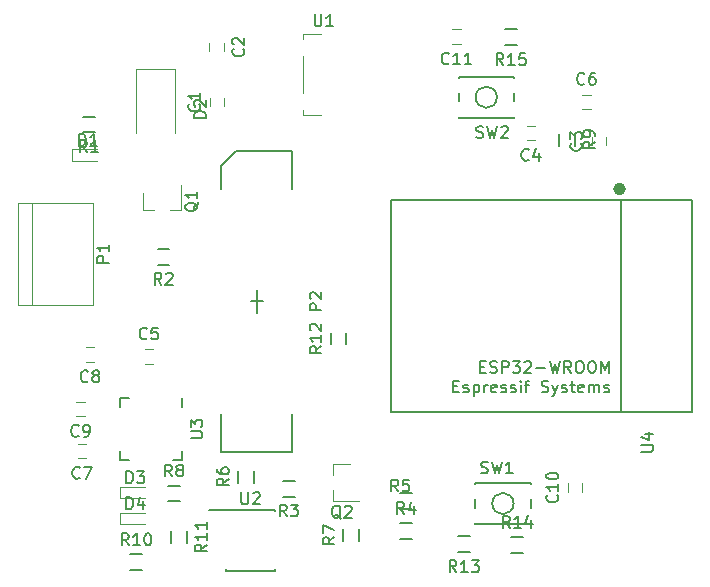
<source format=gbr>
G04 #@! TF.FileFunction,Legend,Top*
%FSLAX46Y46*%
G04 Gerber Fmt 4.6, Leading zero omitted, Abs format (unit mm)*
G04 Created by KiCad (PCBNEW 4.0.5-e0-6337~49~ubuntu16.04.1) date Sat Feb 11 21:29:31 2017*
%MOMM*%
%LPD*%
G01*
G04 APERTURE LIST*
%ADD10C,0.100000*%
%ADD11C,0.120000*%
%ADD12C,0.150000*%
%ADD13C,0.500000*%
G04 APERTURE END LIST*
D10*
D11*
X138223700Y-77337400D02*
X138223700Y-76637400D01*
X139423700Y-76637400D02*
X139423700Y-77337400D01*
X139360200Y-71976500D02*
X139360200Y-72676500D01*
X138160200Y-72676500D02*
X138160200Y-71976500D01*
X170545200Y-80677500D02*
X170545200Y-79977500D01*
X171745200Y-79977500D02*
X171745200Y-80677500D01*
X165716700Y-80216300D02*
X165016700Y-80216300D01*
X165016700Y-79016300D02*
X165716700Y-79016300D01*
X132695200Y-97952000D02*
X133395200Y-97952000D01*
X133395200Y-99152000D02*
X132695200Y-99152000D01*
X169741100Y-76387400D02*
X170441100Y-76387400D01*
X170441100Y-77587400D02*
X169741100Y-77587400D01*
X127705600Y-107140300D02*
X127005600Y-107140300D01*
X127005600Y-105940300D02*
X127705600Y-105940300D01*
X128404100Y-98974200D02*
X127704100Y-98974200D01*
X127704100Y-97774200D02*
X128404100Y-97774200D01*
X127604000Y-103584300D02*
X126904000Y-103584300D01*
X126904000Y-102384300D02*
X127604000Y-102384300D01*
X168551300Y-109989100D02*
X168551300Y-109289100D01*
X169751300Y-109289100D02*
X169751300Y-109989100D01*
X159442900Y-72062900D02*
X158742900Y-72062900D01*
X158742900Y-70862900D02*
X159442900Y-70862900D01*
X126563700Y-80983200D02*
X126563700Y-81983200D01*
X126563700Y-81983200D02*
X128663700Y-81983200D01*
X126563700Y-80983200D02*
X128663700Y-80983200D01*
X135266700Y-74197000D02*
X131966700Y-74197000D01*
X131966700Y-74197000D02*
X131966700Y-79597000D01*
X135266700Y-74197000D02*
X135266700Y-79597000D01*
X130576800Y-109570900D02*
X130576800Y-110570900D01*
X130576800Y-110570900D02*
X132676800Y-110570900D01*
X130576800Y-109570900D02*
X132676800Y-109570900D01*
X130576800Y-111768000D02*
X130576800Y-112768000D01*
X130576800Y-112768000D02*
X132676800Y-112768000D01*
X130576800Y-111768000D02*
X132676800Y-111768000D01*
X121928600Y-85515200D02*
X121928600Y-94215200D01*
X128338600Y-85515200D02*
X128338600Y-94215200D01*
X128338600Y-94215200D02*
X121928600Y-94215200D01*
X123158600Y-94215200D02*
X123158600Y-85515200D01*
X121928600Y-85515200D02*
X128338600Y-85515200D01*
D12*
X142189200Y-93878400D02*
X141689200Y-93878400D01*
X142189200Y-93878400D02*
X142689200Y-93878400D01*
X142189200Y-93878400D02*
X142189200Y-92878400D01*
X142189200Y-93878400D02*
X142189200Y-94878400D01*
X145189200Y-81128400D02*
X140439200Y-81128400D01*
X139189200Y-82378400D02*
X140439200Y-81128400D01*
X139189200Y-82378400D02*
X139189200Y-84378400D01*
X145189200Y-84378400D02*
X145189200Y-81128400D01*
X139189200Y-106628400D02*
X139189200Y-103378400D01*
X145189200Y-106628400D02*
X139189200Y-106628400D01*
X145189200Y-103378400D02*
X145189200Y-106628400D01*
D11*
X132582800Y-86167500D02*
X133512800Y-86167500D01*
X135742800Y-86167500D02*
X134812800Y-86167500D01*
X135742800Y-86167500D02*
X135742800Y-84007500D01*
X132582800Y-86167500D02*
X132582800Y-84707500D01*
X148630100Y-107652700D02*
X148630100Y-108582700D01*
X148630100Y-110812700D02*
X148630100Y-109882700D01*
X148630100Y-110812700D02*
X150790100Y-110812700D01*
X148630100Y-107652700D02*
X150090100Y-107652700D01*
D12*
X127452500Y-78230100D02*
X128452500Y-78230100D01*
X128452500Y-79580100D02*
X127452500Y-79580100D01*
X133777100Y-89444200D02*
X134777100Y-89444200D01*
X134777100Y-90794200D02*
X133777100Y-90794200D01*
X144381600Y-109053000D02*
X145381600Y-109053000D01*
X145381600Y-110403000D02*
X144381600Y-110403000D01*
X155313000Y-114009800D02*
X154313000Y-114009800D01*
X154313000Y-112659800D02*
X155313000Y-112659800D01*
X155338400Y-111469800D02*
X154338400Y-111469800D01*
X154338400Y-110119800D02*
X155338400Y-110119800D01*
X141924400Y-108224700D02*
X141924400Y-109224700D01*
X140574400Y-109224700D02*
X140574400Y-108224700D01*
X150865200Y-113177700D02*
X150865200Y-114177700D01*
X149515200Y-114177700D02*
X149515200Y-113177700D01*
X135666100Y-110822100D02*
X134666100Y-110822100D01*
X134666100Y-109472100D02*
X135666100Y-109472100D01*
X167777800Y-80699800D02*
X167777800Y-79699800D01*
X169127800Y-79699800D02*
X169127800Y-80699800D01*
X132478400Y-116651400D02*
X131478400Y-116651400D01*
X131478400Y-115301400D02*
X132478400Y-115301400D01*
X134910200Y-114330100D02*
X134910200Y-113330100D01*
X136260200Y-113330100D02*
X136260200Y-114330100D01*
X149773000Y-96528000D02*
X149773000Y-97528000D01*
X148423000Y-97528000D02*
X148423000Y-96528000D01*
X159215200Y-113777400D02*
X160215200Y-113777400D01*
X160215200Y-115127400D02*
X159215200Y-115127400D01*
X164736400Y-115178200D02*
X163736400Y-115178200D01*
X163736400Y-113828200D02*
X164736400Y-113828200D01*
X163190300Y-70851400D02*
X164190300Y-70851400D01*
X164190300Y-72201400D02*
X163190300Y-72201400D01*
X165367200Y-109248000D02*
X165367200Y-109348000D01*
X165367200Y-112748000D02*
X165367200Y-112648000D01*
X160667200Y-112648000D02*
X160667200Y-112748000D01*
X160667200Y-109248000D02*
X160667200Y-109348000D01*
X160667200Y-110648000D02*
X160667200Y-111348000D01*
X165367200Y-110648000D02*
X165367200Y-111348000D01*
X165367200Y-109248000D02*
X160667200Y-109248000D01*
X160667200Y-112748000D02*
X165367200Y-112748000D01*
X163917200Y-110998000D02*
G75*
G03X163917200Y-110998000I-900000J0D01*
G01*
X159257500Y-78343700D02*
X159257500Y-78243700D01*
X159257500Y-74843700D02*
X159257500Y-74943700D01*
X163957500Y-74943700D02*
X163957500Y-74843700D01*
X163957500Y-78343700D02*
X163957500Y-78243700D01*
X163957500Y-76943700D02*
X163957500Y-76243700D01*
X159257500Y-76943700D02*
X159257500Y-76243700D01*
X159257500Y-78343700D02*
X163957500Y-78343700D01*
X163957500Y-74843700D02*
X159257500Y-74843700D01*
X162507500Y-76593700D02*
G75*
G03X162507500Y-76593700I-900000J0D01*
G01*
D11*
X146131600Y-71626000D02*
X146131600Y-71276000D01*
X146131600Y-71276000D02*
X147631600Y-71276000D01*
X146131600Y-76276000D02*
X146131600Y-73076000D01*
X147631600Y-78076000D02*
X146131600Y-78076000D01*
X146131600Y-78076000D02*
X146131600Y-77676000D01*
D12*
X139555400Y-111521800D02*
X139555400Y-111571800D01*
X143705400Y-111521800D02*
X143705400Y-111666800D01*
X143705400Y-116671800D02*
X143705400Y-116526800D01*
X139555400Y-116671800D02*
X139555400Y-116526800D01*
X139555400Y-111521800D02*
X143705400Y-111521800D01*
X139555400Y-116671800D02*
X143705400Y-116671800D01*
X139555400Y-111571800D02*
X138155400Y-111571800D01*
X135873400Y-107323800D02*
X135123400Y-107323800D01*
X130623400Y-102073800D02*
X131373400Y-102073800D01*
X130623400Y-107323800D02*
X131373400Y-107323800D01*
X135873400Y-102073800D02*
X135873400Y-102823800D01*
X130623400Y-102073800D02*
X130623400Y-102823800D01*
X130623400Y-107323800D02*
X130623400Y-106573800D01*
X135873400Y-107323800D02*
X135873400Y-106573800D01*
D13*
X173167981Y-84374000D02*
G75*
G03X173167981Y-84374000I-283981J0D01*
G01*
D12*
X173030000Y-103280000D02*
X173030000Y-85280000D01*
X179030000Y-85280000D02*
X153530000Y-85280000D01*
X179030000Y-103280000D02*
X153530000Y-103280000D01*
X153530000Y-103280000D02*
X153530000Y-85280000D01*
X179030000Y-103280000D02*
X179030000Y-85280000D01*
X137280843Y-77154066D02*
X137328462Y-77201685D01*
X137376081Y-77344542D01*
X137376081Y-77439780D01*
X137328462Y-77582638D01*
X137233224Y-77677876D01*
X137137986Y-77725495D01*
X136947510Y-77773114D01*
X136804652Y-77773114D01*
X136614176Y-77725495D01*
X136518938Y-77677876D01*
X136423700Y-77582638D01*
X136376081Y-77439780D01*
X136376081Y-77344542D01*
X136423700Y-77201685D01*
X136471319Y-77154066D01*
X137376081Y-76201685D02*
X137376081Y-76773114D01*
X137376081Y-76487400D02*
X136376081Y-76487400D01*
X136518938Y-76582638D01*
X136614176Y-76677876D01*
X136661795Y-76773114D01*
X141017343Y-72493166D02*
X141064962Y-72540785D01*
X141112581Y-72683642D01*
X141112581Y-72778880D01*
X141064962Y-72921738D01*
X140969724Y-73016976D01*
X140874486Y-73064595D01*
X140684010Y-73112214D01*
X140541152Y-73112214D01*
X140350676Y-73064595D01*
X140255438Y-73016976D01*
X140160200Y-72921738D01*
X140112581Y-72778880D01*
X140112581Y-72683642D01*
X140160200Y-72540785D01*
X140207819Y-72493166D01*
X140207819Y-72112214D02*
X140160200Y-72064595D01*
X140112581Y-71969357D01*
X140112581Y-71731261D01*
X140160200Y-71636023D01*
X140207819Y-71588404D01*
X140303057Y-71540785D01*
X140398295Y-71540785D01*
X140541152Y-71588404D01*
X141112581Y-72159833D01*
X141112581Y-71540785D01*
X169602343Y-80494166D02*
X169649962Y-80541785D01*
X169697581Y-80684642D01*
X169697581Y-80779880D01*
X169649962Y-80922738D01*
X169554724Y-81017976D01*
X169459486Y-81065595D01*
X169269010Y-81113214D01*
X169126152Y-81113214D01*
X168935676Y-81065595D01*
X168840438Y-81017976D01*
X168745200Y-80922738D01*
X168697581Y-80779880D01*
X168697581Y-80684642D01*
X168745200Y-80541785D01*
X168792819Y-80494166D01*
X168697581Y-80160833D02*
X168697581Y-79541785D01*
X169078533Y-79875119D01*
X169078533Y-79732261D01*
X169126152Y-79637023D01*
X169173771Y-79589404D01*
X169269010Y-79541785D01*
X169507105Y-79541785D01*
X169602343Y-79589404D01*
X169649962Y-79637023D01*
X169697581Y-79732261D01*
X169697581Y-80017976D01*
X169649962Y-80113214D01*
X169602343Y-80160833D01*
X165200034Y-81873443D02*
X165152415Y-81921062D01*
X165009558Y-81968681D01*
X164914320Y-81968681D01*
X164771462Y-81921062D01*
X164676224Y-81825824D01*
X164628605Y-81730586D01*
X164580986Y-81540110D01*
X164580986Y-81397252D01*
X164628605Y-81206776D01*
X164676224Y-81111538D01*
X164771462Y-81016300D01*
X164914320Y-80968681D01*
X165009558Y-80968681D01*
X165152415Y-81016300D01*
X165200034Y-81063919D01*
X166057177Y-81302014D02*
X166057177Y-81968681D01*
X165819081Y-80921062D02*
X165580986Y-81635348D01*
X166200034Y-81635348D01*
X132878534Y-97009143D02*
X132830915Y-97056762D01*
X132688058Y-97104381D01*
X132592820Y-97104381D01*
X132449962Y-97056762D01*
X132354724Y-96961524D01*
X132307105Y-96866286D01*
X132259486Y-96675810D01*
X132259486Y-96532952D01*
X132307105Y-96342476D01*
X132354724Y-96247238D01*
X132449962Y-96152000D01*
X132592820Y-96104381D01*
X132688058Y-96104381D01*
X132830915Y-96152000D01*
X132878534Y-96199619D01*
X133783296Y-96104381D02*
X133307105Y-96104381D01*
X133259486Y-96580571D01*
X133307105Y-96532952D01*
X133402343Y-96485333D01*
X133640439Y-96485333D01*
X133735677Y-96532952D01*
X133783296Y-96580571D01*
X133830915Y-96675810D01*
X133830915Y-96913905D01*
X133783296Y-97009143D01*
X133735677Y-97056762D01*
X133640439Y-97104381D01*
X133402343Y-97104381D01*
X133307105Y-97056762D01*
X133259486Y-97009143D01*
X169924434Y-75444543D02*
X169876815Y-75492162D01*
X169733958Y-75539781D01*
X169638720Y-75539781D01*
X169495862Y-75492162D01*
X169400624Y-75396924D01*
X169353005Y-75301686D01*
X169305386Y-75111210D01*
X169305386Y-74968352D01*
X169353005Y-74777876D01*
X169400624Y-74682638D01*
X169495862Y-74587400D01*
X169638720Y-74539781D01*
X169733958Y-74539781D01*
X169876815Y-74587400D01*
X169924434Y-74635019D01*
X170781577Y-74539781D02*
X170591100Y-74539781D01*
X170495862Y-74587400D01*
X170448243Y-74635019D01*
X170353005Y-74777876D01*
X170305386Y-74968352D01*
X170305386Y-75349305D01*
X170353005Y-75444543D01*
X170400624Y-75492162D01*
X170495862Y-75539781D01*
X170686339Y-75539781D01*
X170781577Y-75492162D01*
X170829196Y-75444543D01*
X170876815Y-75349305D01*
X170876815Y-75111210D01*
X170829196Y-75015971D01*
X170781577Y-74968352D01*
X170686339Y-74920733D01*
X170495862Y-74920733D01*
X170400624Y-74968352D01*
X170353005Y-75015971D01*
X170305386Y-75111210D01*
X127188934Y-108797443D02*
X127141315Y-108845062D01*
X126998458Y-108892681D01*
X126903220Y-108892681D01*
X126760362Y-108845062D01*
X126665124Y-108749824D01*
X126617505Y-108654586D01*
X126569886Y-108464110D01*
X126569886Y-108321252D01*
X126617505Y-108130776D01*
X126665124Y-108035538D01*
X126760362Y-107940300D01*
X126903220Y-107892681D01*
X126998458Y-107892681D01*
X127141315Y-107940300D01*
X127188934Y-107987919D01*
X127522267Y-107892681D02*
X128188934Y-107892681D01*
X127760362Y-108892681D01*
X127887434Y-100631343D02*
X127839815Y-100678962D01*
X127696958Y-100726581D01*
X127601720Y-100726581D01*
X127458862Y-100678962D01*
X127363624Y-100583724D01*
X127316005Y-100488486D01*
X127268386Y-100298010D01*
X127268386Y-100155152D01*
X127316005Y-99964676D01*
X127363624Y-99869438D01*
X127458862Y-99774200D01*
X127601720Y-99726581D01*
X127696958Y-99726581D01*
X127839815Y-99774200D01*
X127887434Y-99821819D01*
X128458862Y-100155152D02*
X128363624Y-100107533D01*
X128316005Y-100059914D01*
X128268386Y-99964676D01*
X128268386Y-99917057D01*
X128316005Y-99821819D01*
X128363624Y-99774200D01*
X128458862Y-99726581D01*
X128649339Y-99726581D01*
X128744577Y-99774200D01*
X128792196Y-99821819D01*
X128839815Y-99917057D01*
X128839815Y-99964676D01*
X128792196Y-100059914D01*
X128744577Y-100107533D01*
X128649339Y-100155152D01*
X128458862Y-100155152D01*
X128363624Y-100202771D01*
X128316005Y-100250390D01*
X128268386Y-100345629D01*
X128268386Y-100536105D01*
X128316005Y-100631343D01*
X128363624Y-100678962D01*
X128458862Y-100726581D01*
X128649339Y-100726581D01*
X128744577Y-100678962D01*
X128792196Y-100631343D01*
X128839815Y-100536105D01*
X128839815Y-100345629D01*
X128792196Y-100250390D01*
X128744577Y-100202771D01*
X128649339Y-100155152D01*
X127087334Y-105241443D02*
X127039715Y-105289062D01*
X126896858Y-105336681D01*
X126801620Y-105336681D01*
X126658762Y-105289062D01*
X126563524Y-105193824D01*
X126515905Y-105098586D01*
X126468286Y-104908110D01*
X126468286Y-104765252D01*
X126515905Y-104574776D01*
X126563524Y-104479538D01*
X126658762Y-104384300D01*
X126801620Y-104336681D01*
X126896858Y-104336681D01*
X127039715Y-104384300D01*
X127087334Y-104431919D01*
X127563524Y-105336681D02*
X127754000Y-105336681D01*
X127849239Y-105289062D01*
X127896858Y-105241443D01*
X127992096Y-105098586D01*
X128039715Y-104908110D01*
X128039715Y-104527157D01*
X127992096Y-104431919D01*
X127944477Y-104384300D01*
X127849239Y-104336681D01*
X127658762Y-104336681D01*
X127563524Y-104384300D01*
X127515905Y-104431919D01*
X127468286Y-104527157D01*
X127468286Y-104765252D01*
X127515905Y-104860490D01*
X127563524Y-104908110D01*
X127658762Y-104955729D01*
X127849239Y-104955729D01*
X127944477Y-104908110D01*
X127992096Y-104860490D01*
X128039715Y-104765252D01*
X167608443Y-110281957D02*
X167656062Y-110329576D01*
X167703681Y-110472433D01*
X167703681Y-110567671D01*
X167656062Y-110710529D01*
X167560824Y-110805767D01*
X167465586Y-110853386D01*
X167275110Y-110901005D01*
X167132252Y-110901005D01*
X166941776Y-110853386D01*
X166846538Y-110805767D01*
X166751300Y-110710529D01*
X166703681Y-110567671D01*
X166703681Y-110472433D01*
X166751300Y-110329576D01*
X166798919Y-110281957D01*
X167703681Y-109329576D02*
X167703681Y-109901005D01*
X167703681Y-109615291D02*
X166703681Y-109615291D01*
X166846538Y-109710529D01*
X166941776Y-109805767D01*
X166989395Y-109901005D01*
X166703681Y-108710529D02*
X166703681Y-108615290D01*
X166751300Y-108520052D01*
X166798919Y-108472433D01*
X166894157Y-108424814D01*
X167084633Y-108377195D01*
X167322729Y-108377195D01*
X167513205Y-108424814D01*
X167608443Y-108472433D01*
X167656062Y-108520052D01*
X167703681Y-108615290D01*
X167703681Y-108710529D01*
X167656062Y-108805767D01*
X167608443Y-108853386D01*
X167513205Y-108901005D01*
X167322729Y-108948624D01*
X167084633Y-108948624D01*
X166894157Y-108901005D01*
X166798919Y-108853386D01*
X166751300Y-108805767D01*
X166703681Y-108710529D01*
X158450043Y-73720043D02*
X158402424Y-73767662D01*
X158259567Y-73815281D01*
X158164329Y-73815281D01*
X158021471Y-73767662D01*
X157926233Y-73672424D01*
X157878614Y-73577186D01*
X157830995Y-73386710D01*
X157830995Y-73243852D01*
X157878614Y-73053376D01*
X157926233Y-72958138D01*
X158021471Y-72862900D01*
X158164329Y-72815281D01*
X158259567Y-72815281D01*
X158402424Y-72862900D01*
X158450043Y-72910519D01*
X159402424Y-73815281D02*
X158830995Y-73815281D01*
X159116709Y-73815281D02*
X159116709Y-72815281D01*
X159021471Y-72958138D01*
X158926233Y-73053376D01*
X158830995Y-73100995D01*
X160354805Y-73815281D02*
X159783376Y-73815281D01*
X160069090Y-73815281D02*
X160069090Y-72815281D01*
X159973852Y-72958138D01*
X159878614Y-73053376D01*
X159783376Y-73100995D01*
X127125605Y-80685581D02*
X127125605Y-79685581D01*
X127363700Y-79685581D01*
X127506558Y-79733200D01*
X127601796Y-79828438D01*
X127649415Y-79923676D01*
X127697034Y-80114152D01*
X127697034Y-80257010D01*
X127649415Y-80447486D01*
X127601796Y-80542724D01*
X127506558Y-80637962D01*
X127363700Y-80685581D01*
X127125605Y-80685581D01*
X128649415Y-80685581D02*
X128077986Y-80685581D01*
X128363700Y-80685581D02*
X128363700Y-79685581D01*
X128268462Y-79828438D01*
X128173224Y-79923676D01*
X128077986Y-79971295D01*
X137879081Y-78335095D02*
X136879081Y-78335095D01*
X136879081Y-78097000D01*
X136926700Y-77954142D01*
X137021938Y-77858904D01*
X137117176Y-77811285D01*
X137307652Y-77763666D01*
X137450510Y-77763666D01*
X137640986Y-77811285D01*
X137736224Y-77858904D01*
X137831462Y-77954142D01*
X137879081Y-78097000D01*
X137879081Y-78335095D01*
X136974319Y-77382714D02*
X136926700Y-77335095D01*
X136879081Y-77239857D01*
X136879081Y-77001761D01*
X136926700Y-76906523D01*
X136974319Y-76858904D01*
X137069557Y-76811285D01*
X137164795Y-76811285D01*
X137307652Y-76858904D01*
X137879081Y-77430333D01*
X137879081Y-76811285D01*
X131138705Y-109273281D02*
X131138705Y-108273281D01*
X131376800Y-108273281D01*
X131519658Y-108320900D01*
X131614896Y-108416138D01*
X131662515Y-108511376D01*
X131710134Y-108701852D01*
X131710134Y-108844710D01*
X131662515Y-109035186D01*
X131614896Y-109130424D01*
X131519658Y-109225662D01*
X131376800Y-109273281D01*
X131138705Y-109273281D01*
X132043467Y-108273281D02*
X132662515Y-108273281D01*
X132329181Y-108654233D01*
X132472039Y-108654233D01*
X132567277Y-108701852D01*
X132614896Y-108749471D01*
X132662515Y-108844710D01*
X132662515Y-109082805D01*
X132614896Y-109178043D01*
X132567277Y-109225662D01*
X132472039Y-109273281D01*
X132186324Y-109273281D01*
X132091086Y-109225662D01*
X132043467Y-109178043D01*
X131138705Y-111470381D02*
X131138705Y-110470381D01*
X131376800Y-110470381D01*
X131519658Y-110518000D01*
X131614896Y-110613238D01*
X131662515Y-110708476D01*
X131710134Y-110898952D01*
X131710134Y-111041810D01*
X131662515Y-111232286D01*
X131614896Y-111327524D01*
X131519658Y-111422762D01*
X131376800Y-111470381D01*
X131138705Y-111470381D01*
X132567277Y-110803714D02*
X132567277Y-111470381D01*
X132329181Y-110422762D02*
X132091086Y-111137048D01*
X132710134Y-111137048D01*
X129650981Y-90603295D02*
X128650981Y-90603295D01*
X128650981Y-90222342D01*
X128698600Y-90127104D01*
X128746219Y-90079485D01*
X128841457Y-90031866D01*
X128984314Y-90031866D01*
X129079552Y-90079485D01*
X129127171Y-90127104D01*
X129174790Y-90222342D01*
X129174790Y-90603295D01*
X129650981Y-89079485D02*
X129650981Y-89650914D01*
X129650981Y-89365200D02*
X128650981Y-89365200D01*
X128793838Y-89460438D01*
X128889076Y-89555676D01*
X128936695Y-89650914D01*
X147641581Y-94616495D02*
X146641581Y-94616495D01*
X146641581Y-94235542D01*
X146689200Y-94140304D01*
X146736819Y-94092685D01*
X146832057Y-94045066D01*
X146974914Y-94045066D01*
X147070152Y-94092685D01*
X147117771Y-94140304D01*
X147165390Y-94235542D01*
X147165390Y-94616495D01*
X146736819Y-93664114D02*
X146689200Y-93616495D01*
X146641581Y-93521257D01*
X146641581Y-93283161D01*
X146689200Y-93187923D01*
X146736819Y-93140304D01*
X146832057Y-93092685D01*
X146927295Y-93092685D01*
X147070152Y-93140304D01*
X147641581Y-93711733D01*
X147641581Y-93092685D01*
X137210419Y-85502738D02*
X137162800Y-85597976D01*
X137067562Y-85693214D01*
X136924705Y-85836071D01*
X136877086Y-85931310D01*
X136877086Y-86026548D01*
X137115181Y-85978929D02*
X137067562Y-86074167D01*
X136972324Y-86169405D01*
X136781848Y-86217024D01*
X136448514Y-86217024D01*
X136258038Y-86169405D01*
X136162800Y-86074167D01*
X136115181Y-85978929D01*
X136115181Y-85788452D01*
X136162800Y-85693214D01*
X136258038Y-85597976D01*
X136448514Y-85550357D01*
X136781848Y-85550357D01*
X136972324Y-85597976D01*
X137067562Y-85693214D01*
X137115181Y-85788452D01*
X137115181Y-85978929D01*
X137115181Y-84597976D02*
X137115181Y-85169405D01*
X137115181Y-84883691D02*
X136115181Y-84883691D01*
X136258038Y-84978929D01*
X136353276Y-85074167D01*
X136400895Y-85169405D01*
X149294862Y-112280319D02*
X149199624Y-112232700D01*
X149104386Y-112137462D01*
X148961529Y-111994605D01*
X148866290Y-111946986D01*
X148771052Y-111946986D01*
X148818671Y-112185081D02*
X148723433Y-112137462D01*
X148628195Y-112042224D01*
X148580576Y-111851748D01*
X148580576Y-111518414D01*
X148628195Y-111327938D01*
X148723433Y-111232700D01*
X148818671Y-111185081D01*
X149009148Y-111185081D01*
X149104386Y-111232700D01*
X149199624Y-111327938D01*
X149247243Y-111518414D01*
X149247243Y-111851748D01*
X149199624Y-112042224D01*
X149104386Y-112137462D01*
X149009148Y-112185081D01*
X148818671Y-112185081D01*
X149628195Y-111280319D02*
X149675814Y-111232700D01*
X149771052Y-111185081D01*
X150009148Y-111185081D01*
X150104386Y-111232700D01*
X150152005Y-111280319D01*
X150199624Y-111375557D01*
X150199624Y-111470795D01*
X150152005Y-111613652D01*
X149580576Y-112185081D01*
X150199624Y-112185081D01*
X127785834Y-81257481D02*
X127452500Y-80781290D01*
X127214405Y-81257481D02*
X127214405Y-80257481D01*
X127595358Y-80257481D01*
X127690596Y-80305100D01*
X127738215Y-80352719D01*
X127785834Y-80447957D01*
X127785834Y-80590814D01*
X127738215Y-80686052D01*
X127690596Y-80733671D01*
X127595358Y-80781290D01*
X127214405Y-80781290D01*
X128738215Y-81257481D02*
X128166786Y-81257481D01*
X128452500Y-81257481D02*
X128452500Y-80257481D01*
X128357262Y-80400338D01*
X128262024Y-80495576D01*
X128166786Y-80543195D01*
X134110434Y-92471581D02*
X133777100Y-91995390D01*
X133539005Y-92471581D02*
X133539005Y-91471581D01*
X133919958Y-91471581D01*
X134015196Y-91519200D01*
X134062815Y-91566819D01*
X134110434Y-91662057D01*
X134110434Y-91804914D01*
X134062815Y-91900152D01*
X134015196Y-91947771D01*
X133919958Y-91995390D01*
X133539005Y-91995390D01*
X134491386Y-91566819D02*
X134539005Y-91519200D01*
X134634243Y-91471581D01*
X134872339Y-91471581D01*
X134967577Y-91519200D01*
X135015196Y-91566819D01*
X135062815Y-91662057D01*
X135062815Y-91757295D01*
X135015196Y-91900152D01*
X134443767Y-92471581D01*
X135062815Y-92471581D01*
X144714934Y-112080381D02*
X144381600Y-111604190D01*
X144143505Y-112080381D02*
X144143505Y-111080381D01*
X144524458Y-111080381D01*
X144619696Y-111128000D01*
X144667315Y-111175619D01*
X144714934Y-111270857D01*
X144714934Y-111413714D01*
X144667315Y-111508952D01*
X144619696Y-111556571D01*
X144524458Y-111604190D01*
X144143505Y-111604190D01*
X145048267Y-111080381D02*
X145667315Y-111080381D01*
X145333981Y-111461333D01*
X145476839Y-111461333D01*
X145572077Y-111508952D01*
X145619696Y-111556571D01*
X145667315Y-111651810D01*
X145667315Y-111889905D01*
X145619696Y-111985143D01*
X145572077Y-112032762D01*
X145476839Y-112080381D01*
X145191124Y-112080381D01*
X145095886Y-112032762D01*
X145048267Y-111985143D01*
X154646334Y-111887181D02*
X154313000Y-111410990D01*
X154074905Y-111887181D02*
X154074905Y-110887181D01*
X154455858Y-110887181D01*
X154551096Y-110934800D01*
X154598715Y-110982419D01*
X154646334Y-111077657D01*
X154646334Y-111220514D01*
X154598715Y-111315752D01*
X154551096Y-111363371D01*
X154455858Y-111410990D01*
X154074905Y-111410990D01*
X155503477Y-111220514D02*
X155503477Y-111887181D01*
X155265381Y-110839562D02*
X155027286Y-111553848D01*
X155646334Y-111553848D01*
X154151734Y-109977181D02*
X153818400Y-109500990D01*
X153580305Y-109977181D02*
X153580305Y-108977181D01*
X153961258Y-108977181D01*
X154056496Y-109024800D01*
X154104115Y-109072419D01*
X154151734Y-109167657D01*
X154151734Y-109310514D01*
X154104115Y-109405752D01*
X154056496Y-109453371D01*
X153961258Y-109500990D01*
X153580305Y-109500990D01*
X155056496Y-108977181D02*
X154580305Y-108977181D01*
X154532686Y-109453371D01*
X154580305Y-109405752D01*
X154675543Y-109358133D01*
X154913639Y-109358133D01*
X155008877Y-109405752D01*
X155056496Y-109453371D01*
X155104115Y-109548610D01*
X155104115Y-109786705D01*
X155056496Y-109881943D01*
X155008877Y-109929562D01*
X154913639Y-109977181D01*
X154675543Y-109977181D01*
X154580305Y-109929562D01*
X154532686Y-109881943D01*
X139801781Y-108891366D02*
X139325590Y-109224700D01*
X139801781Y-109462795D02*
X138801781Y-109462795D01*
X138801781Y-109081842D01*
X138849400Y-108986604D01*
X138897019Y-108938985D01*
X138992257Y-108891366D01*
X139135114Y-108891366D01*
X139230352Y-108938985D01*
X139277971Y-108986604D01*
X139325590Y-109081842D01*
X139325590Y-109462795D01*
X138801781Y-108034223D02*
X138801781Y-108224700D01*
X138849400Y-108319938D01*
X138897019Y-108367557D01*
X139039876Y-108462795D01*
X139230352Y-108510414D01*
X139611305Y-108510414D01*
X139706543Y-108462795D01*
X139754162Y-108415176D01*
X139801781Y-108319938D01*
X139801781Y-108129461D01*
X139754162Y-108034223D01*
X139706543Y-107986604D01*
X139611305Y-107938985D01*
X139373210Y-107938985D01*
X139277971Y-107986604D01*
X139230352Y-108034223D01*
X139182733Y-108129461D01*
X139182733Y-108319938D01*
X139230352Y-108415176D01*
X139277971Y-108462795D01*
X139373210Y-108510414D01*
X148742581Y-113844366D02*
X148266390Y-114177700D01*
X148742581Y-114415795D02*
X147742581Y-114415795D01*
X147742581Y-114034842D01*
X147790200Y-113939604D01*
X147837819Y-113891985D01*
X147933057Y-113844366D01*
X148075914Y-113844366D01*
X148171152Y-113891985D01*
X148218771Y-113939604D01*
X148266390Y-114034842D01*
X148266390Y-114415795D01*
X147742581Y-113511033D02*
X147742581Y-112844366D01*
X148742581Y-113272938D01*
X134999434Y-108699481D02*
X134666100Y-108223290D01*
X134428005Y-108699481D02*
X134428005Y-107699481D01*
X134808958Y-107699481D01*
X134904196Y-107747100D01*
X134951815Y-107794719D01*
X134999434Y-107889957D01*
X134999434Y-108032814D01*
X134951815Y-108128052D01*
X134904196Y-108175671D01*
X134808958Y-108223290D01*
X134428005Y-108223290D01*
X135570862Y-108128052D02*
X135475624Y-108080433D01*
X135428005Y-108032814D01*
X135380386Y-107937576D01*
X135380386Y-107889957D01*
X135428005Y-107794719D01*
X135475624Y-107747100D01*
X135570862Y-107699481D01*
X135761339Y-107699481D01*
X135856577Y-107747100D01*
X135904196Y-107794719D01*
X135951815Y-107889957D01*
X135951815Y-107937576D01*
X135904196Y-108032814D01*
X135856577Y-108080433D01*
X135761339Y-108128052D01*
X135570862Y-108128052D01*
X135475624Y-108175671D01*
X135428005Y-108223290D01*
X135380386Y-108318529D01*
X135380386Y-108509005D01*
X135428005Y-108604243D01*
X135475624Y-108651862D01*
X135570862Y-108699481D01*
X135761339Y-108699481D01*
X135856577Y-108651862D01*
X135904196Y-108604243D01*
X135951815Y-108509005D01*
X135951815Y-108318529D01*
X135904196Y-108223290D01*
X135856577Y-108175671D01*
X135761339Y-108128052D01*
X170805181Y-80366466D02*
X170328990Y-80699800D01*
X170805181Y-80937895D02*
X169805181Y-80937895D01*
X169805181Y-80556942D01*
X169852800Y-80461704D01*
X169900419Y-80414085D01*
X169995657Y-80366466D01*
X170138514Y-80366466D01*
X170233752Y-80414085D01*
X170281371Y-80461704D01*
X170328990Y-80556942D01*
X170328990Y-80937895D01*
X170805181Y-79890276D02*
X170805181Y-79699800D01*
X170757562Y-79604561D01*
X170709943Y-79556942D01*
X170567086Y-79461704D01*
X170376610Y-79414085D01*
X169995657Y-79414085D01*
X169900419Y-79461704D01*
X169852800Y-79509323D01*
X169805181Y-79604561D01*
X169805181Y-79795038D01*
X169852800Y-79890276D01*
X169900419Y-79937895D01*
X169995657Y-79985514D01*
X170233752Y-79985514D01*
X170328990Y-79937895D01*
X170376610Y-79890276D01*
X170424229Y-79795038D01*
X170424229Y-79604561D01*
X170376610Y-79509323D01*
X170328990Y-79461704D01*
X170233752Y-79414085D01*
X131335543Y-114528781D02*
X131002209Y-114052590D01*
X130764114Y-114528781D02*
X130764114Y-113528781D01*
X131145067Y-113528781D01*
X131240305Y-113576400D01*
X131287924Y-113624019D01*
X131335543Y-113719257D01*
X131335543Y-113862114D01*
X131287924Y-113957352D01*
X131240305Y-114004971D01*
X131145067Y-114052590D01*
X130764114Y-114052590D01*
X132287924Y-114528781D02*
X131716495Y-114528781D01*
X132002209Y-114528781D02*
X132002209Y-113528781D01*
X131906971Y-113671638D01*
X131811733Y-113766876D01*
X131716495Y-113814495D01*
X132906971Y-113528781D02*
X133002210Y-113528781D01*
X133097448Y-113576400D01*
X133145067Y-113624019D01*
X133192686Y-113719257D01*
X133240305Y-113909733D01*
X133240305Y-114147829D01*
X133192686Y-114338305D01*
X133145067Y-114433543D01*
X133097448Y-114481162D01*
X133002210Y-114528781D01*
X132906971Y-114528781D01*
X132811733Y-114481162D01*
X132764114Y-114433543D01*
X132716495Y-114338305D01*
X132668876Y-114147829D01*
X132668876Y-113909733D01*
X132716495Y-113719257D01*
X132764114Y-113624019D01*
X132811733Y-113576400D01*
X132906971Y-113528781D01*
X137937581Y-114472957D02*
X137461390Y-114806291D01*
X137937581Y-115044386D02*
X136937581Y-115044386D01*
X136937581Y-114663433D01*
X136985200Y-114568195D01*
X137032819Y-114520576D01*
X137128057Y-114472957D01*
X137270914Y-114472957D01*
X137366152Y-114520576D01*
X137413771Y-114568195D01*
X137461390Y-114663433D01*
X137461390Y-115044386D01*
X137937581Y-113520576D02*
X137937581Y-114092005D01*
X137937581Y-113806291D02*
X136937581Y-113806291D01*
X137080438Y-113901529D01*
X137175676Y-113996767D01*
X137223295Y-114092005D01*
X137937581Y-112568195D02*
X137937581Y-113139624D01*
X137937581Y-112853910D02*
X136937581Y-112853910D01*
X137080438Y-112949148D01*
X137175676Y-113044386D01*
X137223295Y-113139624D01*
X147650381Y-97670857D02*
X147174190Y-98004191D01*
X147650381Y-98242286D02*
X146650381Y-98242286D01*
X146650381Y-97861333D01*
X146698000Y-97766095D01*
X146745619Y-97718476D01*
X146840857Y-97670857D01*
X146983714Y-97670857D01*
X147078952Y-97718476D01*
X147126571Y-97766095D01*
X147174190Y-97861333D01*
X147174190Y-98242286D01*
X147650381Y-96718476D02*
X147650381Y-97289905D01*
X147650381Y-97004191D02*
X146650381Y-97004191D01*
X146793238Y-97099429D01*
X146888476Y-97194667D01*
X146936095Y-97289905D01*
X146745619Y-96337524D02*
X146698000Y-96289905D01*
X146650381Y-96194667D01*
X146650381Y-95956571D01*
X146698000Y-95861333D01*
X146745619Y-95813714D01*
X146840857Y-95766095D01*
X146936095Y-95766095D01*
X147078952Y-95813714D01*
X147650381Y-96385143D01*
X147650381Y-95766095D01*
X159072343Y-116804781D02*
X158739009Y-116328590D01*
X158500914Y-116804781D02*
X158500914Y-115804781D01*
X158881867Y-115804781D01*
X158977105Y-115852400D01*
X159024724Y-115900019D01*
X159072343Y-115995257D01*
X159072343Y-116138114D01*
X159024724Y-116233352D01*
X158977105Y-116280971D01*
X158881867Y-116328590D01*
X158500914Y-116328590D01*
X160024724Y-116804781D02*
X159453295Y-116804781D01*
X159739009Y-116804781D02*
X159739009Y-115804781D01*
X159643771Y-115947638D01*
X159548533Y-116042876D01*
X159453295Y-116090495D01*
X160358057Y-115804781D02*
X160977105Y-115804781D01*
X160643771Y-116185733D01*
X160786629Y-116185733D01*
X160881867Y-116233352D01*
X160929486Y-116280971D01*
X160977105Y-116376210D01*
X160977105Y-116614305D01*
X160929486Y-116709543D01*
X160881867Y-116757162D01*
X160786629Y-116804781D01*
X160500914Y-116804781D01*
X160405676Y-116757162D01*
X160358057Y-116709543D01*
X163593543Y-113055581D02*
X163260209Y-112579390D01*
X163022114Y-113055581D02*
X163022114Y-112055581D01*
X163403067Y-112055581D01*
X163498305Y-112103200D01*
X163545924Y-112150819D01*
X163593543Y-112246057D01*
X163593543Y-112388914D01*
X163545924Y-112484152D01*
X163498305Y-112531771D01*
X163403067Y-112579390D01*
X163022114Y-112579390D01*
X164545924Y-113055581D02*
X163974495Y-113055581D01*
X164260209Y-113055581D02*
X164260209Y-112055581D01*
X164164971Y-112198438D01*
X164069733Y-112293676D01*
X163974495Y-112341295D01*
X165403067Y-112388914D02*
X165403067Y-113055581D01*
X165164971Y-112007962D02*
X164926876Y-112722248D01*
X165545924Y-112722248D01*
X163047443Y-73878781D02*
X162714109Y-73402590D01*
X162476014Y-73878781D02*
X162476014Y-72878781D01*
X162856967Y-72878781D01*
X162952205Y-72926400D01*
X162999824Y-72974019D01*
X163047443Y-73069257D01*
X163047443Y-73212114D01*
X162999824Y-73307352D01*
X162952205Y-73354971D01*
X162856967Y-73402590D01*
X162476014Y-73402590D01*
X163999824Y-73878781D02*
X163428395Y-73878781D01*
X163714109Y-73878781D02*
X163714109Y-72878781D01*
X163618871Y-73021638D01*
X163523633Y-73116876D01*
X163428395Y-73164495D01*
X164904586Y-72878781D02*
X164428395Y-72878781D01*
X164380776Y-73354971D01*
X164428395Y-73307352D01*
X164523633Y-73259733D01*
X164761729Y-73259733D01*
X164856967Y-73307352D01*
X164904586Y-73354971D01*
X164952205Y-73450210D01*
X164952205Y-73688305D01*
X164904586Y-73783543D01*
X164856967Y-73831162D01*
X164761729Y-73878781D01*
X164523633Y-73878781D01*
X164428395Y-73831162D01*
X164380776Y-73783543D01*
X161183867Y-108402762D02*
X161326724Y-108450381D01*
X161564820Y-108450381D01*
X161660058Y-108402762D01*
X161707677Y-108355143D01*
X161755296Y-108259905D01*
X161755296Y-108164667D01*
X161707677Y-108069429D01*
X161660058Y-108021810D01*
X161564820Y-107974190D01*
X161374343Y-107926571D01*
X161279105Y-107878952D01*
X161231486Y-107831333D01*
X161183867Y-107736095D01*
X161183867Y-107640857D01*
X161231486Y-107545619D01*
X161279105Y-107498000D01*
X161374343Y-107450381D01*
X161612439Y-107450381D01*
X161755296Y-107498000D01*
X162088629Y-107450381D02*
X162326724Y-108450381D01*
X162517201Y-107736095D01*
X162707677Y-108450381D01*
X162945772Y-107450381D01*
X163850534Y-108450381D02*
X163279105Y-108450381D01*
X163564819Y-108450381D02*
X163564819Y-107450381D01*
X163469581Y-107593238D01*
X163374343Y-107688476D01*
X163279105Y-107736095D01*
X160774167Y-79998462D02*
X160917024Y-80046081D01*
X161155120Y-80046081D01*
X161250358Y-79998462D01*
X161297977Y-79950843D01*
X161345596Y-79855605D01*
X161345596Y-79760367D01*
X161297977Y-79665129D01*
X161250358Y-79617510D01*
X161155120Y-79569890D01*
X160964643Y-79522271D01*
X160869405Y-79474652D01*
X160821786Y-79427033D01*
X160774167Y-79331795D01*
X160774167Y-79236557D01*
X160821786Y-79141319D01*
X160869405Y-79093700D01*
X160964643Y-79046081D01*
X161202739Y-79046081D01*
X161345596Y-79093700D01*
X161678929Y-79046081D02*
X161917024Y-80046081D01*
X162107501Y-79331795D01*
X162297977Y-80046081D01*
X162536072Y-79046081D01*
X162869405Y-79141319D02*
X162917024Y-79093700D01*
X163012262Y-79046081D01*
X163250358Y-79046081D01*
X163345596Y-79093700D01*
X163393215Y-79141319D01*
X163440834Y-79236557D01*
X163440834Y-79331795D01*
X163393215Y-79474652D01*
X162821786Y-80046081D01*
X163440834Y-80046081D01*
X147069695Y-69578381D02*
X147069695Y-70387905D01*
X147117314Y-70483143D01*
X147164933Y-70530762D01*
X147260171Y-70578381D01*
X147450648Y-70578381D01*
X147545886Y-70530762D01*
X147593505Y-70483143D01*
X147641124Y-70387905D01*
X147641124Y-69578381D01*
X148641124Y-70578381D02*
X148069695Y-70578381D01*
X148355409Y-70578381D02*
X148355409Y-69578381D01*
X148260171Y-69721238D01*
X148164933Y-69816476D01*
X148069695Y-69864095D01*
X140868495Y-110049181D02*
X140868495Y-110858705D01*
X140916114Y-110953943D01*
X140963733Y-111001562D01*
X141058971Y-111049181D01*
X141249448Y-111049181D01*
X141344686Y-111001562D01*
X141392305Y-110953943D01*
X141439924Y-110858705D01*
X141439924Y-110049181D01*
X141868495Y-110144419D02*
X141916114Y-110096800D01*
X142011352Y-110049181D01*
X142249448Y-110049181D01*
X142344686Y-110096800D01*
X142392305Y-110144419D01*
X142439924Y-110239657D01*
X142439924Y-110334895D01*
X142392305Y-110477752D01*
X141820876Y-111049181D01*
X142439924Y-111049181D01*
X136575781Y-105460705D02*
X137385305Y-105460705D01*
X137480543Y-105413086D01*
X137528162Y-105365467D01*
X137575781Y-105270229D01*
X137575781Y-105079752D01*
X137528162Y-104984514D01*
X137480543Y-104936895D01*
X137385305Y-104889276D01*
X136575781Y-104889276D01*
X136575781Y-104508324D02*
X136575781Y-103889276D01*
X136956733Y-104222610D01*
X136956733Y-104079752D01*
X137004352Y-103984514D01*
X137051971Y-103936895D01*
X137147210Y-103889276D01*
X137385305Y-103889276D01*
X137480543Y-103936895D01*
X137528162Y-103984514D01*
X137575781Y-104079752D01*
X137575781Y-104365467D01*
X137528162Y-104460705D01*
X137480543Y-104508324D01*
X174749381Y-106598905D02*
X175558905Y-106598905D01*
X175654143Y-106551286D01*
X175701762Y-106503667D01*
X175749381Y-106408429D01*
X175749381Y-106217952D01*
X175701762Y-106122714D01*
X175654143Y-106075095D01*
X175558905Y-106027476D01*
X174749381Y-106027476D01*
X175082714Y-105122714D02*
X175749381Y-105122714D01*
X174701762Y-105360810D02*
X175416048Y-105598905D01*
X175416048Y-104979857D01*
X158819570Y-101066571D02*
X159152904Y-101066571D01*
X159295761Y-101590381D02*
X158819570Y-101590381D01*
X158819570Y-100590381D01*
X159295761Y-100590381D01*
X159676713Y-101542762D02*
X159771951Y-101590381D01*
X159962427Y-101590381D01*
X160057666Y-101542762D01*
X160105285Y-101447524D01*
X160105285Y-101399905D01*
X160057666Y-101304667D01*
X159962427Y-101257048D01*
X159819570Y-101257048D01*
X159724332Y-101209429D01*
X159676713Y-101114190D01*
X159676713Y-101066571D01*
X159724332Y-100971333D01*
X159819570Y-100923714D01*
X159962427Y-100923714D01*
X160057666Y-100971333D01*
X160533856Y-100923714D02*
X160533856Y-101923714D01*
X160533856Y-100971333D02*
X160629094Y-100923714D01*
X160819571Y-100923714D01*
X160914809Y-100971333D01*
X160962428Y-101018952D01*
X161010047Y-101114190D01*
X161010047Y-101399905D01*
X160962428Y-101495143D01*
X160914809Y-101542762D01*
X160819571Y-101590381D01*
X160629094Y-101590381D01*
X160533856Y-101542762D01*
X161438618Y-101590381D02*
X161438618Y-100923714D01*
X161438618Y-101114190D02*
X161486237Y-101018952D01*
X161533856Y-100971333D01*
X161629094Y-100923714D01*
X161724333Y-100923714D01*
X162438619Y-101542762D02*
X162343381Y-101590381D01*
X162152904Y-101590381D01*
X162057666Y-101542762D01*
X162010047Y-101447524D01*
X162010047Y-101066571D01*
X162057666Y-100971333D01*
X162152904Y-100923714D01*
X162343381Y-100923714D01*
X162438619Y-100971333D01*
X162486238Y-101066571D01*
X162486238Y-101161810D01*
X162010047Y-101257048D01*
X162867190Y-101542762D02*
X162962428Y-101590381D01*
X163152904Y-101590381D01*
X163248143Y-101542762D01*
X163295762Y-101447524D01*
X163295762Y-101399905D01*
X163248143Y-101304667D01*
X163152904Y-101257048D01*
X163010047Y-101257048D01*
X162914809Y-101209429D01*
X162867190Y-101114190D01*
X162867190Y-101066571D01*
X162914809Y-100971333D01*
X163010047Y-100923714D01*
X163152904Y-100923714D01*
X163248143Y-100971333D01*
X163676714Y-101542762D02*
X163771952Y-101590381D01*
X163962428Y-101590381D01*
X164057667Y-101542762D01*
X164105286Y-101447524D01*
X164105286Y-101399905D01*
X164057667Y-101304667D01*
X163962428Y-101257048D01*
X163819571Y-101257048D01*
X163724333Y-101209429D01*
X163676714Y-101114190D01*
X163676714Y-101066571D01*
X163724333Y-100971333D01*
X163819571Y-100923714D01*
X163962428Y-100923714D01*
X164057667Y-100971333D01*
X164533857Y-101590381D02*
X164533857Y-100923714D01*
X164533857Y-100590381D02*
X164486238Y-100638000D01*
X164533857Y-100685619D01*
X164581476Y-100638000D01*
X164533857Y-100590381D01*
X164533857Y-100685619D01*
X164867190Y-100923714D02*
X165248142Y-100923714D01*
X165010047Y-101590381D02*
X165010047Y-100733238D01*
X165057666Y-100638000D01*
X165152904Y-100590381D01*
X165248142Y-100590381D01*
X166295762Y-101542762D02*
X166438619Y-101590381D01*
X166676715Y-101590381D01*
X166771953Y-101542762D01*
X166819572Y-101495143D01*
X166867191Y-101399905D01*
X166867191Y-101304667D01*
X166819572Y-101209429D01*
X166771953Y-101161810D01*
X166676715Y-101114190D01*
X166486238Y-101066571D01*
X166391000Y-101018952D01*
X166343381Y-100971333D01*
X166295762Y-100876095D01*
X166295762Y-100780857D01*
X166343381Y-100685619D01*
X166391000Y-100638000D01*
X166486238Y-100590381D01*
X166724334Y-100590381D01*
X166867191Y-100638000D01*
X167200524Y-100923714D02*
X167438619Y-101590381D01*
X167676715Y-100923714D02*
X167438619Y-101590381D01*
X167343381Y-101828476D01*
X167295762Y-101876095D01*
X167200524Y-101923714D01*
X168010048Y-101542762D02*
X168105286Y-101590381D01*
X168295762Y-101590381D01*
X168391001Y-101542762D01*
X168438620Y-101447524D01*
X168438620Y-101399905D01*
X168391001Y-101304667D01*
X168295762Y-101257048D01*
X168152905Y-101257048D01*
X168057667Y-101209429D01*
X168010048Y-101114190D01*
X168010048Y-101066571D01*
X168057667Y-100971333D01*
X168152905Y-100923714D01*
X168295762Y-100923714D01*
X168391001Y-100971333D01*
X168724334Y-100923714D02*
X169105286Y-100923714D01*
X168867191Y-100590381D02*
X168867191Y-101447524D01*
X168914810Y-101542762D01*
X169010048Y-101590381D01*
X169105286Y-101590381D01*
X169819573Y-101542762D02*
X169724335Y-101590381D01*
X169533858Y-101590381D01*
X169438620Y-101542762D01*
X169391001Y-101447524D01*
X169391001Y-101066571D01*
X169438620Y-100971333D01*
X169533858Y-100923714D01*
X169724335Y-100923714D01*
X169819573Y-100971333D01*
X169867192Y-101066571D01*
X169867192Y-101161810D01*
X169391001Y-101257048D01*
X170295763Y-101590381D02*
X170295763Y-100923714D01*
X170295763Y-101018952D02*
X170343382Y-100971333D01*
X170438620Y-100923714D01*
X170581478Y-100923714D01*
X170676716Y-100971333D01*
X170724335Y-101066571D01*
X170724335Y-101590381D01*
X170724335Y-101066571D02*
X170771954Y-100971333D01*
X170867192Y-100923714D01*
X171010049Y-100923714D01*
X171105287Y-100971333D01*
X171152906Y-101066571D01*
X171152906Y-101590381D01*
X171581477Y-101542762D02*
X171676715Y-101590381D01*
X171867191Y-101590381D01*
X171962430Y-101542762D01*
X172010049Y-101447524D01*
X172010049Y-101399905D01*
X171962430Y-101304667D01*
X171867191Y-101257048D01*
X171724334Y-101257048D01*
X171629096Y-101209429D01*
X171581477Y-101114190D01*
X171581477Y-101066571D01*
X171629096Y-100971333D01*
X171724334Y-100923714D01*
X171867191Y-100923714D01*
X171962430Y-100971333D01*
X161081619Y-99415571D02*
X161414953Y-99415571D01*
X161557810Y-99939381D02*
X161081619Y-99939381D01*
X161081619Y-98939381D01*
X161557810Y-98939381D01*
X161938762Y-99891762D02*
X162081619Y-99939381D01*
X162319715Y-99939381D01*
X162414953Y-99891762D01*
X162462572Y-99844143D01*
X162510191Y-99748905D01*
X162510191Y-99653667D01*
X162462572Y-99558429D01*
X162414953Y-99510810D01*
X162319715Y-99463190D01*
X162129238Y-99415571D01*
X162034000Y-99367952D01*
X161986381Y-99320333D01*
X161938762Y-99225095D01*
X161938762Y-99129857D01*
X161986381Y-99034619D01*
X162034000Y-98987000D01*
X162129238Y-98939381D01*
X162367334Y-98939381D01*
X162510191Y-98987000D01*
X162938762Y-99939381D02*
X162938762Y-98939381D01*
X163319715Y-98939381D01*
X163414953Y-98987000D01*
X163462572Y-99034619D01*
X163510191Y-99129857D01*
X163510191Y-99272714D01*
X163462572Y-99367952D01*
X163414953Y-99415571D01*
X163319715Y-99463190D01*
X162938762Y-99463190D01*
X163843524Y-98939381D02*
X164462572Y-98939381D01*
X164129238Y-99320333D01*
X164272096Y-99320333D01*
X164367334Y-99367952D01*
X164414953Y-99415571D01*
X164462572Y-99510810D01*
X164462572Y-99748905D01*
X164414953Y-99844143D01*
X164367334Y-99891762D01*
X164272096Y-99939381D01*
X163986381Y-99939381D01*
X163891143Y-99891762D01*
X163843524Y-99844143D01*
X164843524Y-99034619D02*
X164891143Y-98987000D01*
X164986381Y-98939381D01*
X165224477Y-98939381D01*
X165319715Y-98987000D01*
X165367334Y-99034619D01*
X165414953Y-99129857D01*
X165414953Y-99225095D01*
X165367334Y-99367952D01*
X164795905Y-99939381D01*
X165414953Y-99939381D01*
X165843524Y-99558429D02*
X166605429Y-99558429D01*
X166986381Y-98939381D02*
X167224476Y-99939381D01*
X167414953Y-99225095D01*
X167605429Y-99939381D01*
X167843524Y-98939381D01*
X168795905Y-99939381D02*
X168462571Y-99463190D01*
X168224476Y-99939381D02*
X168224476Y-98939381D01*
X168605429Y-98939381D01*
X168700667Y-98987000D01*
X168748286Y-99034619D01*
X168795905Y-99129857D01*
X168795905Y-99272714D01*
X168748286Y-99367952D01*
X168700667Y-99415571D01*
X168605429Y-99463190D01*
X168224476Y-99463190D01*
X169414952Y-98939381D02*
X169605429Y-98939381D01*
X169700667Y-98987000D01*
X169795905Y-99082238D01*
X169843524Y-99272714D01*
X169843524Y-99606048D01*
X169795905Y-99796524D01*
X169700667Y-99891762D01*
X169605429Y-99939381D01*
X169414952Y-99939381D01*
X169319714Y-99891762D01*
X169224476Y-99796524D01*
X169176857Y-99606048D01*
X169176857Y-99272714D01*
X169224476Y-99082238D01*
X169319714Y-98987000D01*
X169414952Y-98939381D01*
X170462571Y-98939381D02*
X170653048Y-98939381D01*
X170748286Y-98987000D01*
X170843524Y-99082238D01*
X170891143Y-99272714D01*
X170891143Y-99606048D01*
X170843524Y-99796524D01*
X170748286Y-99891762D01*
X170653048Y-99939381D01*
X170462571Y-99939381D01*
X170367333Y-99891762D01*
X170272095Y-99796524D01*
X170224476Y-99606048D01*
X170224476Y-99272714D01*
X170272095Y-99082238D01*
X170367333Y-98987000D01*
X170462571Y-98939381D01*
X171319714Y-99939381D02*
X171319714Y-98939381D01*
X171653048Y-99653667D01*
X171986381Y-98939381D01*
X171986381Y-99939381D01*
M02*

</source>
